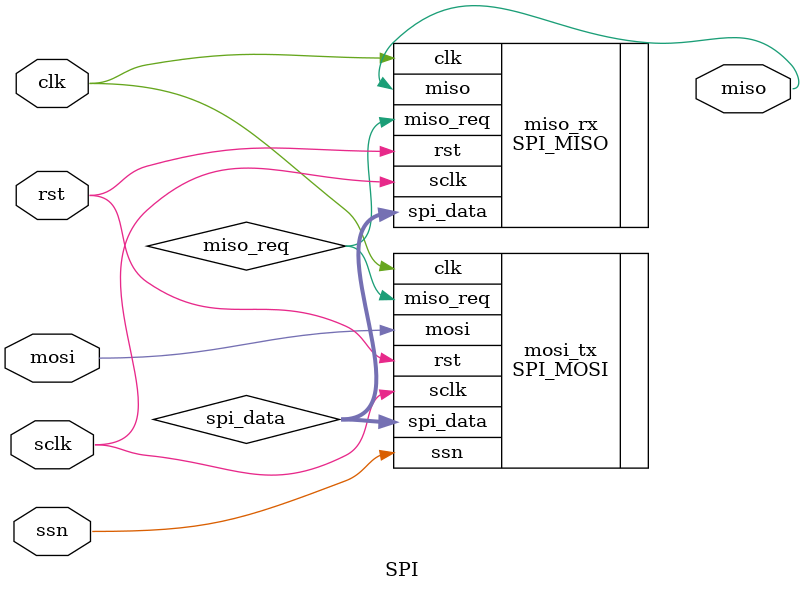
<source format=sv>
module SPI (
    input  logic clk,
    input  logic rst,
    input  logic mosi,
    input  logic sclk,
    input  logic ssn,
    output logic miso
);

  logic miso_req;
  logic [15:0] spi_data;

  SPI_MOSI mosi_tx (
      .clk(clk),
      .rst(rst),
      .mosi(mosi),
      .sclk(sclk),
      .ssn(ssn),
      .miso_req(miso_req),
      .spi_data(spi_data)
  );

  SPI_MISO miso_rx (
      .clk(clk),
      .rst(rst),
      .sclk(sclk),
      .miso_req(miso_req),
      .spi_data(spi_data),
      .miso(miso)
  );



endmodule

</source>
